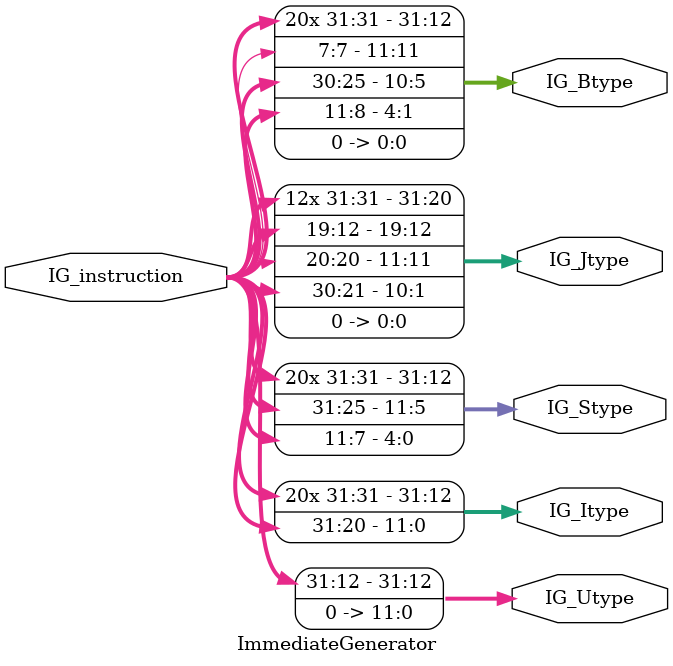
<source format=sv>
`timescale 1ns / 1ps


module ImmediateGenerator(
    input  [31:0] IG_instruction,
    output logic [31:0] IG_Utype,
    output logic [31:0] IG_Itype,
    output logic [31:0] IG_Stype,
    output logic [31:0] IG_Jtype,
    output logic [31:0] IG_Btype
    );
    
    always_comb begin
    IG_Utype = {IG_instruction[31:12],12'b0};
    IG_Itype = {{21{IG_instruction[31]}},IG_instruction[30:20]};
    IG_Stype = {{21{IG_instruction[31]}},IG_instruction[30:25],IG_instruction[11:7]};
    IG_Btype = {{20{IG_instruction[31]}},IG_instruction[7],IG_instruction[30:25],IG_instruction[11:8],1'b0};
    IG_Jtype = {{12{IG_instruction[31]}},IG_instruction[19:12],IG_instruction[20],IG_instruction[30:21],1'b0};
  
    end
endmodule

</source>
